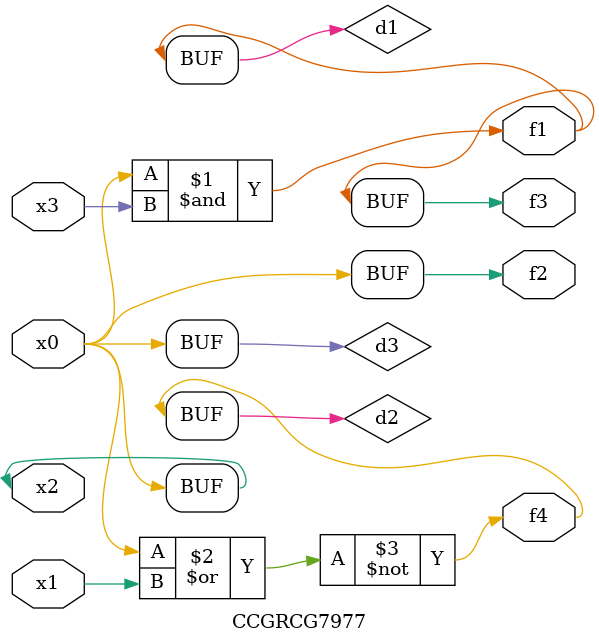
<source format=v>
module CCGRCG7977(
	input x0, x1, x2, x3,
	output f1, f2, f3, f4
);

	wire d1, d2, d3;

	and (d1, x2, x3);
	nor (d2, x0, x1);
	buf (d3, x0, x2);
	assign f1 = d1;
	assign f2 = d3;
	assign f3 = d1;
	assign f4 = d2;
endmodule

</source>
